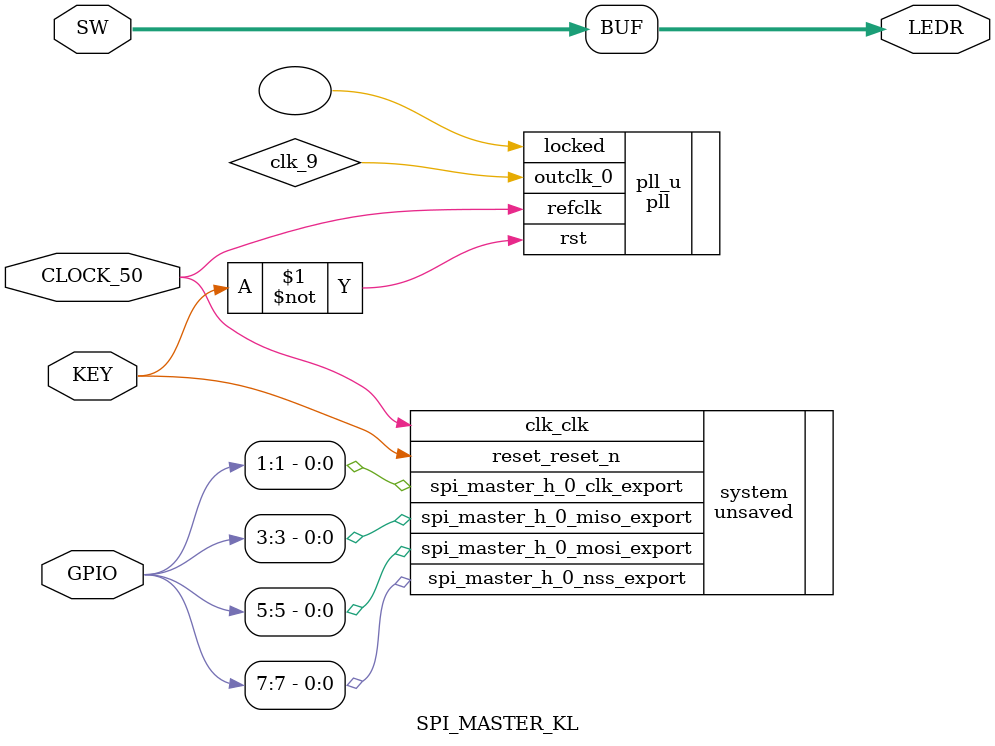
<source format=v>
module SPI_MASTER_KL
(
input CLOCK_50,
input [0:0] KEY,
inout	[7:0] GPIO,
input [1:0]	SW,
output[1:0] LEDR	
);

wire clk_9;

pll pll_u(
		.refclk(CLOCK_50),   //  refclk.clk
		.rst(~KEY[0]),      //   reset.reset
		.outclk_0(clk_9), // outclk0.clk
		.locked()    //  locked.export
	);
	
	
 unsaved system
(
.clk_clk(CLOCK_50),
.reset_reset_n(KEY[0]),
.spi_master_h_0_clk_export(GPIO[1]),
.spi_master_h_0_miso_export(GPIO[3]),
.spi_master_h_0_mosi_export(GPIO[5]),
.spi_master_h_0_nss_export(GPIO[7])
);

assign LEDR = SW;
endmodule
</source>
